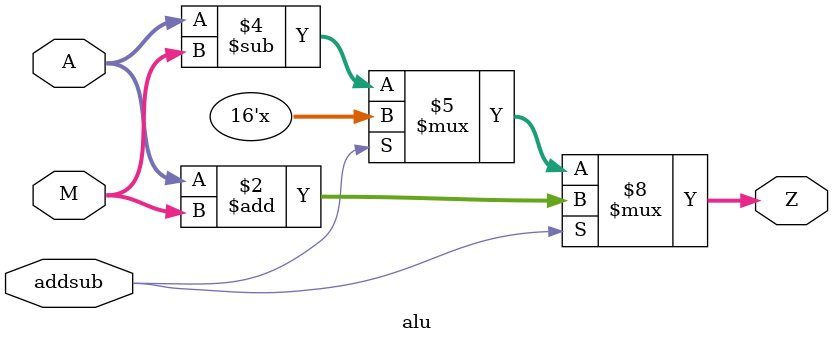
<source format=v>
`timescale 1ns / 1ps

module alu(
    input addsub,
    input signed [15:0] A,
    input signed [15:0] M,
    output reg signed [15:0] Z
    );
always@(*)begin
    if(addsub)
        Z<=A+M;
    else if(!addsub)
        Z<=A-M;
end
endmodule

</source>
